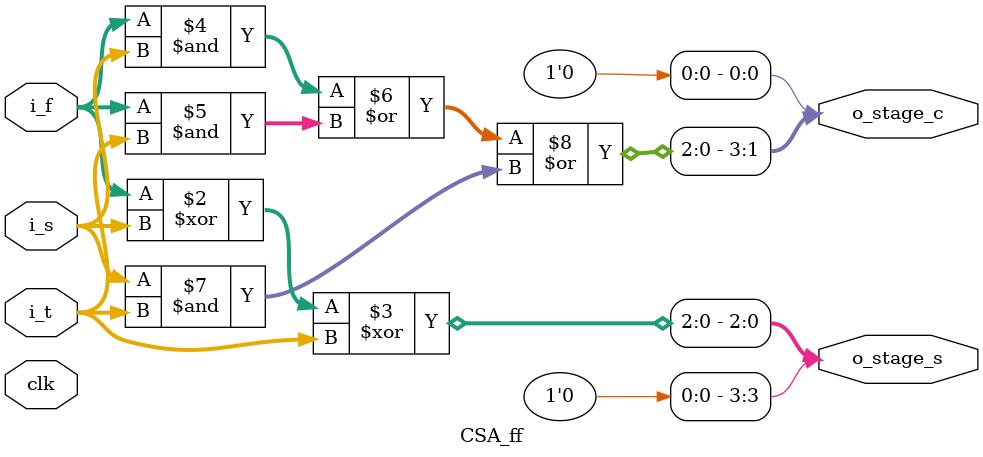
<source format=sv>
module CSA_ff
    #(
        parameter DATA_W = 3                                            ,
        parameter FF_P   = 0
    )
    (
    input  logic                  clk                                   , 
    input  logic [DATA_W - 1 : 0] i_f                                   ,
    input  logic [DATA_W - 1 : 0] i_s                                   ,
    input  logic [DATA_W - 1 : 0] i_t                                   ,
    output logic [DATA_W     : 0] o_stage_s                             ,
    output logic [DATA_W     : 0] o_stage_c
    )                                                                   ;
    
    if (FF_P == 0) begin
        always_comb 
        begin  
            o_stage_s = {'0, (i_f ^ i_s ^ i_t)}                         ;
            o_stage_c = {(i_f & i_s) | (i_f & i_t) | (i_s & i_t), '0}   ;
        end
    end else begin
        always_ff @(posedge clk) begin
            o_stage_s <= {'0, (i_f ^ i_s ^ i_t)}                        ;
            o_stage_c <= {(i_f & i_s) | (i_f & i_t) | (i_s & i_t), '0}  ;
        end
    end


endmodule

</source>
